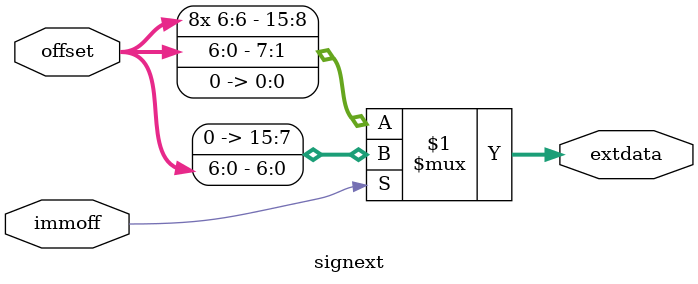
<source format=v>
module signext(
	input		immoff,
	input	[6:0]	offset,
	output	[15:0]	extdata
);

assign	extdata = immoff ? {{9{1'd0}},offset} : {{8{offset[6]}},offset,1'b0};

endmodule

</source>
